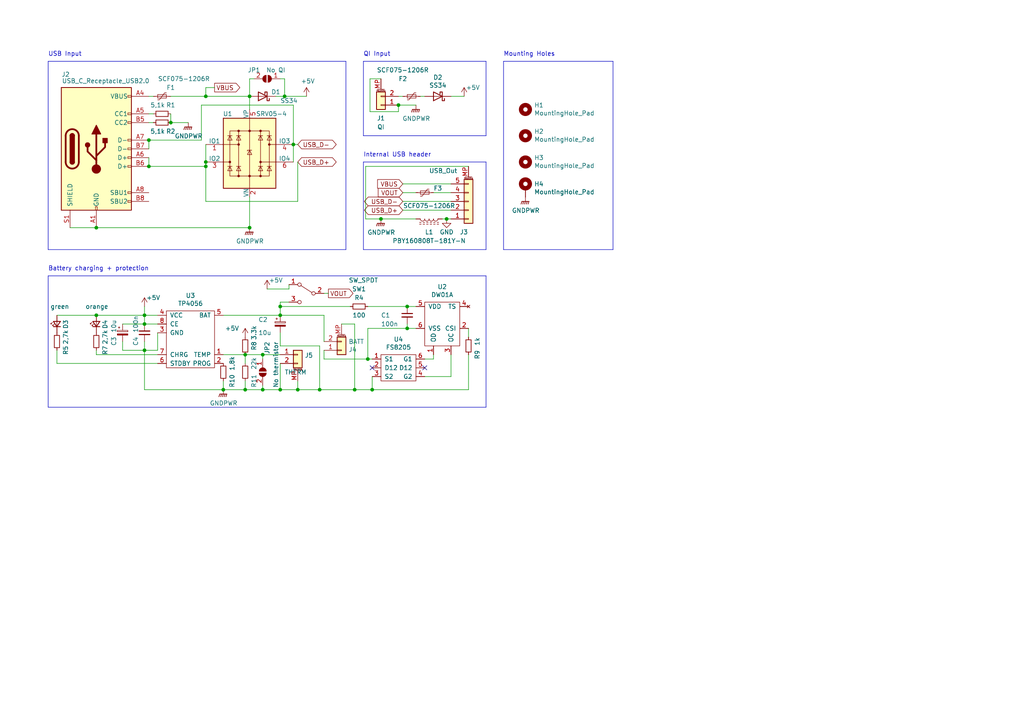
<source format=kicad_sch>
(kicad_sch (version 20211123) (generator eeschema)
  (paper "A4")
  (lib_symbols
    (symbol "Connector:USB_C_Receptacle_USB2.0" (pin_names (offset 1.016))
      (property "Reference" "J" (at -10.16 19.05 0))
      (property "Value" "USB_C_Receptacle_USB2.0" (at 19.05 19.05 0))
      (symbol "USB_C_Receptacle_USB2.0_0_0"
        (rectangle (start -0.254 -17.78) (end 0.254 -16.764))
        (rectangle (start 10.16 -14.986) (end 9.144 -15.494))
        (rectangle (start 10.16 -12.446) (end 9.144 -12.954))
        (rectangle (start 10.16 -4.826) (end 9.144 -5.334))
        (rectangle (start 10.16 -2.286) (end 9.144 -2.794))
        (rectangle (start 10.16 0.254) (end 9.144 -0.254))
        (rectangle (start 10.16 2.794) (end 9.144 2.286))
        (rectangle (start 10.16 7.874) (end 9.144 7.366))
        (rectangle (start 10.16 10.414) (end 9.144 9.906))
        (rectangle (start 10.16 15.494) (end 9.144 14.986))
      )
      (symbol "USB_C_Receptacle_USB2.0_0_1"
        (rectangle (start -10.16 17.78) (end 10.16 -17.78) (stroke (width 0.254)) (fill (type background)))
        (arc (start -8.89 -3.81) (mid -6.985 -5.715) (end -5.08 -3.81) (stroke (width 0.508)))
        (arc (start -7.62 -3.81) (mid -6.985 -4.445) (end -6.35 -3.81) (stroke (width 0.254)))
        (arc (start -7.62 -3.81) (mid -6.985 -4.445) (end -6.35 -3.81) (stroke (width 0.254)) (fill (type outline)))
        (rectangle (start -7.62 -3.81) (end -6.35 3.81) (stroke (width 0.254)) (fill (type outline)))
        (arc (start -6.35 3.81) (mid -6.985 4.445) (end -7.62 3.81) (stroke (width 0.254)))
        (arc (start -6.35 3.81) (mid -6.985 4.445) (end -7.62 3.81) (stroke (width 0.254)) (fill (type outline)))
        (arc (start -5.08 3.81) (mid -6.985 5.715) (end -8.89 3.81) (stroke (width 0.508)))
        (circle (center -2.54 1.143) (radius 0.635) (stroke (width 0.254)) (fill (type outline)))
        (circle (center 0 -5.842) (radius 1.27) (fill (type outline)))
        (polyline (pts (xy -8.89 -3.81) (xy -8.89 3.81)) (stroke (width 0.508)))
        (polyline (pts (xy -5.08 3.81) (xy -5.08 -3.81)) (stroke (width 0.508)))
        (polyline (pts (xy 0 -5.842) (xy 0 4.318)) (stroke (width 0.508)))
        (polyline (pts (xy 0 -3.302) (xy -2.54 -0.762) (xy -2.54 0.508)) (stroke (width 0.508)))
        (polyline (pts (xy 0 -2.032) (xy 2.54 0.508) (xy 2.54 1.778)) (stroke (width 0.508)))
        (polyline (pts (xy -1.27 4.318) (xy 0 6.858) (xy 1.27 4.318) (xy -1.27 4.318)) (stroke (width 0.254)) (fill (type outline)))
        (rectangle (start 1.905 1.778) (end 3.175 3.048) (stroke (width 0.254)) (fill (type outline)))
      )
      (symbol "USB_C_Receptacle_USB2.0_1_1"
        (pin passive line (at 0 -22.86 90) (length 5.08) (name "GND") (number "A1"))
        (pin passive line (at 0 -22.86 90) (length 5.08) hide (name "GND") (number "A12"))
        (pin passive line (at 15.24 15.24 180) (length 5.08) (name "VBUS") (number "A4"))
        (pin bidirectional line (at 15.24 10.16 180) (length 5.08) (name "CC1") (number "A5"))
        (pin bidirectional line (at 15.24 -2.54 180) (length 5.08) (name "D+") (number "A6"))
        (pin bidirectional line (at 15.24 2.54 180) (length 5.08) (name "D-") (number "A7"))
        (pin bidirectional line (at 15.24 -12.7 180) (length 5.08) (name "SBU1") (number "A8"))
        (pin passive line (at 15.24 15.24 180) (length 5.08) hide (name "VBUS") (number "A9"))
        (pin passive line (at 0 -22.86 90) (length 5.08) hide (name "GND") (number "B1"))
        (pin passive line (at 0 -22.86 90) (length 5.08) hide (name "GND") (number "B12"))
        (pin passive line (at 15.24 15.24 180) (length 5.08) hide (name "VBUS") (number "B4"))
        (pin bidirectional line (at 15.24 7.62 180) (length 5.08) (name "CC2") (number "B5"))
        (pin bidirectional line (at 15.24 -5.08 180) (length 5.08) (name "D+") (number "B6"))
        (pin bidirectional line (at 15.24 0 180) (length 5.08) (name "D-") (number "B7"))
        (pin bidirectional line (at 15.24 -15.24 180) (length 5.08) (name "SBU2") (number "B8"))
        (pin passive line (at 15.24 15.24 180) (length 5.08) hide (name "VBUS") (number "B9"))
        (pin passive line (at -7.62 -22.86 90) (length 5.08) (name "SHIELD") (number "S1"))
      )
    )
    (symbol "Connector_Generic_MountingPin:Conn_01x02_MountingPin" (pin_names (offset 1.016) hide)
      (property "Reference" "J" (at 0 2.54 0))
      (property "Value" "Conn_01x02_MountingPin" (at 1.27 -5.08 0))
      (symbol "Conn_01x02_MountingPin_1_1"
        (rectangle (start -1.27 -2.413) (end 0 -2.667) (stroke (width 0.1524)))
        (rectangle (start -1.27 0.127) (end 0 -0.127) (stroke (width 0.1524)))
        (rectangle (start -1.27 1.27) (end 1.27 -3.81) (stroke (width 0.254)) (fill (type background)))
        (polyline (pts (xy -1.016 -4.572) (xy 1.016 -4.572)) (stroke (width 0.1524)))
        (text "Mounting" (at 0 -4.191 0) (effects (font (size 0.381 0.381))))
        (pin passive line (at -5.08 0 0) (length 3.81) (name "Pin_1") (number "1"))
        (pin passive line (at -5.08 -2.54 0) (length 3.81) (name "Pin_2") (number "2"))
        (pin passive line (at 0 -7.62 90) (length 3.048) (name "MountPin") (number "MP"))
      )
    )
    (symbol "Connector_Generic_MountingPin:Conn_01x05_MountingPin" (pin_names (offset 1.016) hide)
      (property "Reference" "J" (at 0 7.62 0))
      (property "Value" "Conn_01x05_MountingPin" (at 1.27 -7.62 0))
      (symbol "Conn_01x05_MountingPin_1_1"
        (rectangle (start -1.27 -4.953) (end 0 -5.207) (stroke (width 0.1524)))
        (rectangle (start -1.27 -2.413) (end 0 -2.667) (stroke (width 0.1524)))
        (rectangle (start -1.27 0.127) (end 0 -0.127) (stroke (width 0.1524)))
        (rectangle (start -1.27 2.667) (end 0 2.413) (stroke (width 0.1524)))
        (rectangle (start -1.27 5.207) (end 0 4.953) (stroke (width 0.1524)))
        (rectangle (start -1.27 6.35) (end 1.27 -6.35) (stroke (width 0.254)) (fill (type background)))
        (polyline (pts (xy -1.016 -7.112) (xy 1.016 -7.112)) (stroke (width 0.1524)))
        (text "Mounting" (at 0 -6.731 0) (effects (font (size 0.381 0.381))))
        (pin passive line (at -5.08 5.08 0) (length 3.81) (name "Pin_1") (number "1"))
        (pin passive line (at -5.08 2.54 0) (length 3.81) (name "Pin_2") (number "2"))
        (pin passive line (at -5.08 0 0) (length 3.81) (name "Pin_3") (number "3"))
        (pin passive line (at -5.08 -2.54 0) (length 3.81) (name "Pin_4") (number "4"))
        (pin passive line (at -5.08 -5.08 0) (length 3.81) (name "Pin_5") (number "5"))
        (pin passive line (at 0 -10.16 90) (length 3.048) (name "MountPin") (number "MP"))
      )
    )
    (symbol "Device:C_Small" (pin_numbers hide) (pin_names (offset 0.254) hide)
      (property "Reference" "C" (at 0.254 1.778 0))
      (property "Value" "C_Small" (at 0.254 -2.032 0))
      (symbol "C_Small_0_1"
        (polyline (pts (xy -1.524 -0.508) (xy 1.524 -0.508)) (stroke (width 0.3302)))
        (polyline (pts (xy -1.524 0.508) (xy 1.524 0.508)) (stroke (width 0.3048)))
      )
      (symbol "C_Small_1_1"
        (pin passive line (at 0 2.54 270) (length 2.032) (name "~") (number "1"))
        (pin passive line (at 0 -2.54 90) (length 2.032) (name "~") (number "2"))
      )
    )
    (symbol "Device:D_Schottky" (pin_numbers hide) (pin_names (offset 1.016) hide)
      (property "Reference" "D" (at 0 2.54 0))
      (property "Value" "D_Schottky" (at 0 -2.54 0))
      (symbol "D_Schottky_0_1"
        (polyline (pts (xy 1.27 0) (xy -1.27 0)))
        (polyline (pts (xy 1.27 1.27) (xy 1.27 -1.27) (xy -1.27 0) (xy 1.27 1.27)) (stroke (width 0.254)))
        (polyline (pts (xy -1.905 0.635) (xy -1.905 1.27) (xy -1.27 1.27) (xy -1.27 -1.27) (xy -0.635 -1.27) (xy -0.635 -0.635)) (stroke (width 0.254)))
      )
      (symbol "D_Schottky_1_1"
        (pin passive line (at -3.81 0 0) (length 2.54) (name "K") (number "1"))
        (pin passive line (at 3.81 0 180) (length 2.54) (name "A") (number "2"))
      )
    )
    (symbol "Device:LED_Small" (pin_numbers hide) (pin_names (offset 0.254) hide)
      (property "Reference" "D" (at -1.27 3.175 0))
      (property "Value" "LED_Small" (at -4.445 -2.54 0))
      (symbol "LED_Small_0_1"
        (polyline (pts (xy -0.762 -1.016) (xy -0.762 1.016)) (stroke (width 0.254)))
        (polyline (pts (xy 1.016 0) (xy -0.762 0)))
        (polyline (pts (xy 0.762 -1.016) (xy -0.762 0) (xy 0.762 1.016) (xy 0.762 -1.016)) (stroke (width 0.254)))
        (polyline (pts (xy 0 0.762) (xy -0.508 1.27) (xy -0.254 1.27) (xy -0.508 1.27) (xy -0.508 1.016)))
        (polyline (pts (xy 0.508 1.27) (xy 0 1.778) (xy 0.254 1.778) (xy 0 1.778) (xy 0 1.524)))
      )
      (symbol "LED_Small_1_1"
        (pin passive line (at -2.54 0 0) (length 1.778) (name "K") (number "1"))
        (pin passive line (at 2.54 0 180) (length 1.778) (name "A") (number "2"))
      )
    )
    (symbol "Device:Polyfuse_Small" (pin_numbers hide) (pin_names (offset 0))
      (property "Reference" "F" (at -1.905 0 90))
      (property "Value" "Polyfuse_Small" (at 1.905 0 90))
      (symbol "Polyfuse_Small_0_1"
        (rectangle (start -0.508 1.27) (end 0.508 -1.27))
        (polyline (pts (xy 0 2.54) (xy 0 -2.54)))
        (polyline (pts (xy -1.016 1.27) (xy -1.016 0.762) (xy 1.016 -0.762) (xy 1.016 -1.27)))
      )
      (symbol "Polyfuse_Small_1_1"
        (pin passive line (at 0 2.54 270) (length 0.635) (name "~") (number "1"))
        (pin passive line (at 0 -2.54 90) (length 0.635) (name "~") (number "2"))
      )
    )
    (symbol "Device:R_Small" (pin_numbers hide) (pin_names (offset 0.254) hide)
      (property "Reference" "R" (at 0.762 0.508 0))
      (property "Value" "R_Small" (at 0.762 -1.016 0))
      (symbol "R_Small_0_1"
        (rectangle (start -0.762 1.778) (end 0.762 -1.778) (stroke (width 0.2032)))
      )
      (symbol "R_Small_1_1"
        (pin passive line (at 0 2.54 270) (length 0.762) (name "~") (number "1"))
        (pin passive line (at 0 -2.54 90) (length 0.762) (name "~") (number "2"))
      )
    )
    (symbol "Jumper:SolderJumper_2_Open" (pin_names (offset 0) hide)
      (property "Reference" "JP" (at 0 2.032 0))
      (property "Value" "SolderJumper_2_Open" (at 0 -2.54 0))
      (symbol "SolderJumper_2_Open_0_1"
        (arc (start -0.254 1.016) (mid -1.27 0) (end -0.254 -1.016))
        (arc (start -0.254 1.016) (mid -1.27 0) (end -0.254 -1.016) (fill (type outline)))
        (polyline (pts (xy -0.254 1.016) (xy -0.254 -1.016)))
        (polyline (pts (xy 0.254 1.016) (xy 0.254 -1.016)))
        (arc (start 0.254 -1.016) (mid 1.27 0) (end 0.254 1.016))
        (arc (start 0.254 -1.016) (mid 1.27 0) (end 0.254 1.016) (fill (type outline)))
      )
      (symbol "SolderJumper_2_Open_1_1"
        (pin passive line (at -3.81 0 0) (length 2.54) (name "A") (number "1"))
        (pin passive line (at 3.81 0 180) (length 2.54) (name "B") (number "2"))
      )
    )
    (symbol "Mechanical:MountingHole" (pin_names (offset 1.016))
      (property "Reference" "H" (at 0 5.08 0))
      (property "Value" "MountingHole" (at 0 3.175 0))
      (symbol "MountingHole_0_1"
        (circle (center 0 0) (radius 1.27) (stroke (width 1.27)))
      )
    )
    (symbol "Mechanical:MountingHole_Pad" (pin_numbers hide) (pin_names (offset 1.016) hide)
      (property "Reference" "H" (at 0 6.35 0))
      (property "Value" "MountingHole_Pad" (at 0 4.445 0))
      (symbol "MountingHole_Pad_0_1"
        (circle (center 0 1.27) (radius 1.27) (stroke (width 1.27)))
      )
      (symbol "MountingHole_Pad_1_1"
        (pin input line (at 0 -2.54 90) (length 2.54) (name "1") (number "1"))
      )
    )
    (symbol "Power_Protection:SRV05-4" (pin_names (offset 0))
      (property "Reference" "U" (at -5.08 11.43 0))
      (property "Value" "SRV05-4" (at 2.54 11.43 0))
      (symbol "SRV05-4_0_0"
        (rectangle (start -5.715 6.477) (end 5.715 -6.604))
        (polyline (pts (xy -3.175 -6.604) (xy -3.175 6.477)))
        (polyline (pts (xy 3.175 6.477) (xy 3.175 -6.604)))
      )
      (symbol "SRV05-4_0_1"
        (rectangle (start -7.62 10.16) (end 7.62 -10.16) (stroke (width 0.254)) (fill (type background)))
        (circle (center -5.715 -2.54) (radius 0.2794) (fill (type outline)))
        (circle (center -3.175 -6.604) (radius 0.2794) (fill (type outline)))
        (circle (center -3.175 2.54) (radius 0.2794) (fill (type outline)))
        (circle (center -3.175 6.477) (radius 0.2794) (fill (type outline)))
        (circle (center 0 -6.604) (radius 0.2794) (fill (type outline)))
        (polyline (pts (xy -7.747 2.54) (xy -3.175 2.54)))
        (polyline (pts (xy -7.62 -2.54) (xy -5.715 -2.54)))
        (polyline (pts (xy -5.08 -3.81) (xy -6.35 -3.81)))
        (polyline (pts (xy -5.08 5.08) (xy -6.35 5.08)))
        (polyline (pts (xy -2.54 -3.81) (xy -3.81 -3.81)))
        (polyline (pts (xy -2.54 5.08) (xy -3.81 5.08)))
        (polyline (pts (xy 0 10.16) (xy 0 -10.16)))
        (polyline (pts (xy 3.81 -3.81) (xy 2.54 -3.81)))
        (polyline (pts (xy 3.81 5.08) (xy 2.54 5.08)))
        (polyline (pts (xy 6.35 -3.81) (xy 5.08 -3.81)))
        (polyline (pts (xy 6.35 5.08) (xy 5.08 5.08)))
        (polyline (pts (xy 7.62 -2.54) (xy 3.175 -2.54)))
        (polyline (pts (xy 7.62 2.54) (xy 5.715 2.54)))
        (polyline (pts (xy 0.635 0.889) (xy -0.635 0.889) (xy -0.635 0.635)))
        (polyline (pts (xy -5.08 -5.08) (xy -6.35 -5.08) (xy -5.715 -3.81) (xy -5.08 -5.08)))
        (polyline (pts (xy -5.08 3.81) (xy -6.35 3.81) (xy -5.715 5.08) (xy -5.08 3.81)))
        (polyline (pts (xy -2.54 -5.08) (xy -3.81 -5.08) (xy -3.175 -3.81) (xy -2.54 -5.08)))
        (polyline (pts (xy -2.54 3.81) (xy -3.81 3.81) (xy -3.175 5.08) (xy -2.54 3.81)))
        (polyline (pts (xy 0.635 -0.381) (xy -0.635 -0.381) (xy 0 0.889) (xy 0.635 -0.381)))
        (polyline (pts (xy 3.81 -5.08) (xy 2.54 -5.08) (xy 3.175 -3.81) (xy 3.81 -5.08)))
        (polyline (pts (xy 3.81 3.81) (xy 2.54 3.81) (xy 3.175 5.08) (xy 3.81 3.81)))
        (polyline (pts (xy 6.35 -5.08) (xy 5.08 -5.08) (xy 5.715 -3.81) (xy 6.35 -5.08)))
        (polyline (pts (xy 6.35 3.81) (xy 5.08 3.81) (xy 5.715 5.08) (xy 6.35 3.81)))
        (circle (center 0 6.477) (radius 0.2794) (fill (type outline)))
        (circle (center 3.175 -6.604) (radius 0.2794) (fill (type outline)))
        (circle (center 3.175 -2.54) (radius 0.2794) (fill (type outline)))
        (circle (center 3.175 6.477) (radius 0.2794) (fill (type outline)))
        (circle (center 5.715 2.54) (radius 0.2794) (fill (type outline)))
      )
      (symbol "SRV05-4_1_1"
        (pin passive line (at -12.7 2.54 0) (length 5.08) (name "IO1") (number "1"))
        (pin passive line (at 0 -12.7 90) (length 2.54) (name "VN") (number "2"))
        (pin passive line (at -12.7 -2.54 0) (length 5.08) (name "IO2") (number "3"))
        (pin passive line (at 12.7 2.54 180) (length 5.08) (name "IO3") (number "4"))
        (pin passive line (at 0 12.7 270) (length 2.54) (name "VP") (number "5"))
        (pin passive line (at 12.7 -2.54 180) (length 5.08) (name "IO4") (number "6"))
      )
    )
    (symbol "Switch:SW_SPDT" (pin_names (offset 0) hide)
      (property "Reference" "SW" (at 0 4.318 0))
      (property "Value" "SW_SPDT" (at 0 -5.08 0))
      (symbol "SW_SPDT_0_0"
        (circle (center -2.032 0) (radius 0.508))
        (circle (center 2.032 -2.54) (radius 0.508))
      )
      (symbol "SW_SPDT_0_1"
        (polyline (pts (xy -1.524 0.254) (xy 1.651 2.286)))
        (circle (center 2.032 2.54) (radius 0.508))
      )
      (symbol "SW_SPDT_1_1"
        (pin passive line (at 5.08 2.54 180) (length 2.54) (name "A") (number "1"))
        (pin passive line (at -5.08 0 0) (length 2.54) (name "B") (number "2"))
        (pin passive line (at 5.08 -2.54 180) (length 2.54) (name "C") (number "3"))
      )
    )
    (symbol "power:+5V" (power) (pin_names (offset 0))
      (property "Value" "+5V" (at 0 3.556 0))
      (symbol "+5V_0_1"
        (polyline (pts (xy -0.762 1.27) (xy 0 2.54)))
        (polyline (pts (xy 0 0) (xy 0 2.54)))
        (polyline (pts (xy 0 2.54) (xy 0.762 1.27)))
      )
      (symbol "+5V_1_1"
        (pin power_in line (at 0 0 90) (length 0) hide (name "+5V") (number "1"))
      )
    )
    (symbol "power:GND" (power) (pin_names (offset 0))
      (property "Value" "GND" (at 0 -3.81 0))
      (symbol "GND_0_1"
        (polyline (pts (xy 0 0) (xy 0 -1.27) (xy 1.27 -1.27) (xy 0 -2.54) (xy -1.27 -1.27) (xy 0 -1.27)))
      )
      (symbol "GND_1_1"
        (pin power_in line (at 0 0 270) (length 0) hide (name "GND") (number "1"))
      )
    )
    (symbol "power:GNDPWR" (power) (pin_names (offset 0))
      (property "Value" "GNDPWR" (at 0 -3.302 0))
      (symbol "GNDPWR_0_1"
        (polyline (pts (xy 0 -1.27) (xy 0 0)))
        (polyline (pts (xy -1.016 -1.27) (xy -1.27 -2.032) (xy -1.27 -2.032)) (stroke (width 0.2032)))
        (polyline (pts (xy -0.508 -1.27) (xy -0.762 -2.032) (xy -0.762 -2.032)) (stroke (width 0.2032)))
        (polyline (pts (xy 0 -1.27) (xy -0.254 -2.032) (xy -0.254 -2.032)) (stroke (width 0.2032)))
        (polyline (pts (xy 0.508 -1.27) (xy 0.254 -2.032) (xy 0.254 -2.032)) (stroke (width 0.2032)))
        (polyline (pts (xy 1.016 -1.27) (xy -1.016 -1.27) (xy -1.016 -1.27)) (stroke (width 0.2032)))
        (polyline (pts (xy 1.016 -1.27) (xy 0.762 -2.032) (xy 0.762 -2.032) (xy 0.762 -2.032)) (stroke (width 0.2032)))
      )
      (symbol "GNDPWR_1_1"
        (pin power_in line (at 0 0 270) (length 0) hide (name "GNDPWR") (number "1"))
      )
    )
    (symbol "unified-usb-pcb_batt-rescue:CP_Small-Device" (pin_numbers hide) (pin_names (offset 0.254) hide)
      (property "Reference" "C" (at 0.254 1.778 0))
      (property "Value" "CP_Small-Device" (at 0.254 -2.032 0))
      (symbol "CP_Small-Device_0_1"
        (rectangle (start -1.524 -0.3048) (end 1.524 -0.6858) (fill (type outline)))
        (rectangle (start -1.524 0.6858) (end 1.524 0.3048))
        (polyline (pts (xy -1.27 1.524) (xy -0.762 1.524)))
        (polyline (pts (xy -1.016 1.27) (xy -1.016 1.778)))
      )
      (symbol "CP_Small-Device_1_1"
        (pin passive line (at 0 2.54 270) (length 1.8542) (name "~") (number "1"))
        (pin passive line (at 0 -2.54 90) (length 1.8542) (name "~") (number "2"))
      )
    )
    (symbol "unified-usb-pcb_batt-rescue:DW01A-kicad-keyboard-parts" (pin_names (offset 1.016))
      (property "Reference" "U" (at -5.08 7.62 0))
      (property "Value" "DW01A-kicad-keyboard-parts" (at 2.54 7.62 0))
      (property "LCSC" "C61503" (at 0 0 0))
      (symbol "DW01A-kicad-keyboard-parts_0_1"
        (rectangle (start -5.08 6.35) (end 5.08 -6.35))
      )
      (symbol "DW01A-kicad-keyboard-parts_1_1"
        (pin output line (at -2.54 -8.89 90) (length 2.54) (name "OD") (number "1"))
        (pin input line (at 7.62 -1.27 180) (length 2.54) (name "CSI") (number "2"))
        (pin output line (at 2.54 -8.89 90) (length 2.54) (name "OC") (number "3"))
        (pin no_connect line (at 7.62 5.08 180) (length 2.54) (name "TS") (number "4"))
        (pin power_in line (at -7.62 5.08 0) (length 2.54) (name "VDD") (number "5"))
        (pin power_in line (at -7.62 -1.27 0) (length 2.54) (name "VSS") (number "6"))
      )
    )
    (symbol "unified-usb-pcb_batt-rescue:FS8205-kicad-keyboard-parts" (pin_names (offset 1.016))
      (property "Reference" "U" (at -3.81 5.08 0))
      (property "Value" "FS8205-kicad-keyboard-parts" (at -1.27 -5.08 0))
      (property "LCSC" "C32254" (at 0 0 0))
      (symbol "FS8205-kicad-keyboard-parts_0_1"
        (rectangle (start -5.08 3.81) (end 5.08 -3.81))
      )
      (symbol "FS8205-kicad-keyboard-parts_1_1"
        (pin power_in line (at -7.62 2.54 0) (length 2.54) (name "S1") (number "1"))
        (pin power_in line (at -7.62 0 0) (length 2.54) (name "D12") (number "2"))
        (pin power_in line (at -7.62 -2.54 0) (length 2.54) (name "S2") (number "3"))
        (pin input line (at 7.62 -2.54 180) (length 2.54) (name "G2") (number "4"))
        (pin power_in line (at 7.62 0 180) (length 2.54) (name "D12") (number "5"))
        (pin input line (at 7.62 2.54 180) (length 2.54) (name "G1") (number "6"))
      )
    )
    (symbol "unified-usb-pcb_batt-rescue:L_Core_Ferrite-Device" (pin_numbers hide) (pin_names (offset 1.016) hide)
      (property "Reference" "L" (at -1.27 0 90))
      (property "Value" "L_Core_Ferrite-Device" (at 2.794 0 90))
      (symbol "L_Core_Ferrite-Device_0_1"
        (arc (start 0 -2.54) (mid 0.635 -1.905) (end 0 -1.27))
        (arc (start 0 -1.27) (mid 0.635 -0.635) (end 0 0))
        (polyline (pts (xy 1.016 -2.794) (xy 1.016 -2.286)))
        (polyline (pts (xy 1.016 -1.778) (xy 1.016 -1.27)))
        (polyline (pts (xy 1.016 -0.762) (xy 1.016 -0.254)))
        (polyline (pts (xy 1.016 0.254) (xy 1.016 0.762)))
        (polyline (pts (xy 1.016 1.27) (xy 1.016 1.778)))
        (polyline (pts (xy 1.016 2.286) (xy 1.016 2.794)))
        (polyline (pts (xy 1.524 -2.286) (xy 1.524 -2.794)))
        (polyline (pts (xy 1.524 -1.27) (xy 1.524 -1.778)))
        (polyline (pts (xy 1.524 -0.254) (xy 1.524 -0.762)))
        (polyline (pts (xy 1.524 0.762) (xy 1.524 0.254)))
        (polyline (pts (xy 1.524 1.778) (xy 1.524 1.27)))
        (polyline (pts (xy 1.524 2.794) (xy 1.524 2.286)))
        (arc (start 0 0) (mid 0.635 0.635) (end 0 1.27))
        (arc (start 0 1.27) (mid 0.635 1.905) (end 0 2.54))
      )
      (symbol "L_Core_Ferrite-Device_1_1"
        (pin passive line (at 0 3.81 270) (length 1.27) (name "1") (number "1"))
        (pin passive line (at 0 -3.81 90) (length 1.27) (name "2") (number "2"))
      )
    )
    (symbol "unified-usb-pcb_batt-rescue:TP4056-kicad-keyboard-parts" (pin_names (offset 1.016))
      (property "Reference" "U" (at -6.35 8.89 0))
      (property "Value" "TP4056-kicad-keyboard-parts" (at 2.54 -10.16 0))
      (property "LCSC" "C16581" (at 0 0 0))
      (symbol "TP4056-kicad-keyboard-parts_0_1"
        (rectangle (start -7.62 7.62) (end 6.35 -8.89))
      )
      (symbol "TP4056-kicad-keyboard-parts_1_1"
        (pin input line (at 8.89 -5.08 180) (length 2.54) (name "TEMP") (number "1"))
        (pin input line (at 8.89 -7.62 180) (length 2.54) (name "PROG") (number "2"))
        (pin power_in line (at -10.16 1.27 0) (length 2.54) (name "GND") (number "3"))
        (pin power_in line (at -10.16 6.35 0) (length 2.54) (name "VCC") (number "4"))
        (pin power_out line (at 8.89 6.35 180) (length 2.54) (name "BAT") (number "5"))
        (pin output line (at -10.16 -7.62 0) (length 2.54) (name "STDBY") (number "6"))
        (pin output line (at -10.16 -5.08 0) (length 2.54) (name "CHRG") (number "7"))
        (pin input line (at -10.16 3.81 0) (length 2.54) (name "CE") (number "8"))
      )
    )
  )
  (junction (at 129.54 63.5))
  (junction (at 110.49 63.5))
  (junction (at 76.2 102.87))
  (junction (at 82.55 27.94))
  (junction (at 27.94 66.04))
  (junction (at 27.94 91.44))
  (junction (at 64.77 113.03))
  (junction (at 118.11 95.25))
  (junction (at 106.68 104.14))
  (junction (at 41.91 101.6))
  (junction (at 43.18 40.64))
  (junction (at 71.12 102.87))
  (junction (at 59.69 48.26))
  (junction (at 49.53 35.56))
  (junction (at 72.39 66.04))
  (junction (at 59.69 46.99))
  (junction (at 81.28 113.03))
  (junction (at 76.2 113.03))
  (junction (at 85.09 41.91))
  (junction (at 41.91 91.44))
  (junction (at 59.69 27.94))
  (junction (at 102.87 113.03))
  (junction (at 92.71 113.03))
  (junction (at 72.39 27.94))
  (junction (at 41.91 93.98))
  (junction (at 81.28 91.44))
  (junction (at 71.12 113.03))
  (junction (at 107.95 113.03))
  (junction (at 118.11 88.9))
  (junction (at 43.18 48.26))
  (junction (at 86.36 113.03))
  (junction (at 115.57 30.48))
  (junction (at 81.28 88.9))
  (no_connect (at 123.19 106.68))
  (no_connect (at 107.95 106.68))
  (wire (pts (xy 86.36 58.42) (xy 86.36 46.99)))
  (wire (pts (xy 76.2 102.87) (xy 81.28 102.87)))
  (polyline (pts (xy 13.97 118.11) (xy 140.97 118.11)) (stroke (width 0) (type solid)))
  (wire (pts (xy 76.2 104.14) (xy 76.2 102.87)))
  (wire (pts (xy 86.36 110.49) (xy 86.36 113.03)))
  (polyline (pts (xy 13.97 17.78) (xy 13.97 72.39)) (stroke (width 0) (type solid)))
  (polyline (pts (xy 140.97 72.39) (xy 140.97 46.99)) (stroke (width 0) (type solid)))
  (wire (pts (xy 116.84 55.88) (xy 120.65 55.88)))
  (wire (pts (xy 115.57 30.48) (xy 120.65 30.48)))
  (polyline (pts (xy 100.33 17.78) (xy 13.97 17.78)) (stroke (width 0) (type solid)))
  (wire (pts (xy 49.53 33.02) (xy 49.53 35.56)))
  (wire (pts (xy 130.81 63.5) (xy 129.54 63.5)))
  (wire (pts (xy 102.87 93.98) (xy 102.87 113.03)))
  (wire (pts (xy 64.77 102.87) (xy 71.12 102.87)))
  (wire (pts (xy 85.09 41.91) (xy 85.09 46.99)))
  (polyline (pts (xy 177.8 17.78) (xy 146.05 17.78)) (stroke (width 0) (type solid)))
  (wire (pts (xy 82.55 22.86) (xy 82.55 27.94)))
  (wire (pts (xy 85.09 41.91) (xy 85.09 30.48)))
  (wire (pts (xy 92.71 113.03) (xy 102.87 113.03)))
  (wire (pts (xy 85.09 30.48) (xy 58.42 30.48)))
  (wire (pts (xy 20.32 66.04) (xy 27.94 66.04)))
  (wire (pts (xy 41.91 91.44) (xy 45.72 91.44)))
  (wire (pts (xy 58.42 40.64) (xy 43.18 40.64)))
  (wire (pts (xy 27.94 91.44) (xy 41.91 91.44)))
  (wire (pts (xy 106.045 63.5) (xy 110.49 63.5)))
  (wire (pts (xy 27.94 101.6) (xy 27.94 102.87)))
  (wire (pts (xy 93.98 104.14) (xy 106.68 104.14)))
  (wire (pts (xy 16.51 91.44) (xy 27.94 91.44)))
  (wire (pts (xy 62.23 25.4) (xy 59.69 25.4)))
  (wire (pts (xy 35.56 99.06) (xy 35.56 101.6)))
  (wire (pts (xy 72.39 22.86) (xy 72.39 27.94)))
  (wire (pts (xy 130.81 27.94) (xy 134.62 27.94)))
  (wire (pts (xy 116.84 60.96) (xy 130.81 60.96)))
  (wire (pts (xy 116.84 53.34) (xy 130.81 53.34)))
  (wire (pts (xy 71.12 113.03) (xy 76.2 113.03)))
  (wire (pts (xy 59.69 41.91) (xy 59.69 46.99)))
  (wire (pts (xy 129.54 63.5) (xy 128.27 63.5)))
  (wire (pts (xy 118.11 95.25) (xy 120.65 95.25)))
  (wire (pts (xy 118.11 95.25) (xy 106.68 95.25)))
  (polyline (pts (xy 146.05 72.39) (xy 177.8 72.39)) (stroke (width 0) (type solid)))
  (wire (pts (xy 81.28 105.41) (xy 81.28 113.03)))
  (wire (pts (xy 41.91 101.6) (xy 41.91 113.03)))
  (polyline (pts (xy 100.33 72.39) (xy 100.33 17.78)) (stroke (width 0) (type solid)))
  (wire (pts (xy 81.28 88.9) (xy 101.6 88.9)))
  (wire (pts (xy 81.28 113.03) (xy 86.36 113.03)))
  (wire (pts (xy 93.98 101.6) (xy 93.98 104.14)))
  (wire (pts (xy 16.51 105.41) (xy 45.72 105.41)))
  (wire (pts (xy 76.2 111.76) (xy 76.2 113.03)))
  (wire (pts (xy 135.89 95.25) (xy 135.89 97.79)))
  (wire (pts (xy 135.89 102.87) (xy 135.89 113.03)))
  (wire (pts (xy 92.71 100.33) (xy 92.71 113.03)))
  (wire (pts (xy 81.28 91.44) (xy 93.98 91.44)))
  (wire (pts (xy 115.57 32.385) (xy 115.57 30.48)))
  (polyline (pts (xy 105.41 39.37) (xy 105.41 17.78)) (stroke (width 0) (type solid)))
  (wire (pts (xy 135.89 113.03) (xy 107.95 113.03)))
  (wire (pts (xy 81.28 100.33) (xy 81.28 96.52)))
  (wire (pts (xy 130.81 102.87) (xy 130.81 109.22)))
  (wire (pts (xy 107.95 104.14) (xy 106.68 104.14)))
  (wire (pts (xy 71.12 102.87) (xy 76.2 102.87)))
  (polyline (pts (xy 13.97 72.39) (xy 100.33 72.39)) (stroke (width 0) (type solid)))
  (wire (pts (xy 102.87 113.03) (xy 107.95 113.03)))
  (wire (pts (xy 82.55 27.94) (xy 88.9 27.94)))
  (wire (pts (xy 118.11 93.98) (xy 118.11 95.25)))
  (wire (pts (xy 86.36 41.91) (xy 85.09 41.91)))
  (wire (pts (xy 125.73 55.88) (xy 130.81 55.88)))
  (wire (pts (xy 58.42 30.48) (xy 58.42 40.64)))
  (wire (pts (xy 59.69 25.4) (xy 59.69 27.94)))
  (wire (pts (xy 93.98 85.09) (xy 95.25 85.09)))
  (wire (pts (xy 135.89 48.26) (xy 106.045 48.26)))
  (wire (pts (xy 99.06 93.98) (xy 102.87 93.98)))
  (wire (pts (xy 49.53 27.94) (xy 59.69 27.94)))
  (wire (pts (xy 59.69 48.26) (xy 59.69 46.99)))
  (wire (pts (xy 43.18 48.26) (xy 59.69 48.26)))
  (wire (pts (xy 41.91 91.44) (xy 41.91 88.9)))
  (wire (pts (xy 115.57 27.94) (xy 116.84 27.94)))
  (wire (pts (xy 16.51 101.6) (xy 16.51 105.41)))
  (wire (pts (xy 59.69 58.42) (xy 86.36 58.42)))
  (wire (pts (xy 81.28 91.44) (xy 64.77 91.44)))
  (wire (pts (xy 73.66 22.86) (xy 72.39 22.86)))
  (wire (pts (xy 43.18 48.26) (xy 43.18 45.72)))
  (wire (pts (xy 106.045 48.26) (xy 106.045 63.5)))
  (wire (pts (xy 41.91 113.03) (xy 64.77 113.03)))
  (polyline (pts (xy 13.97 80.01) (xy 13.97 118.11)) (stroke (width 0) (type solid)))
  (wire (pts (xy 41.91 93.98) (xy 41.91 91.44)))
  (wire (pts (xy 71.12 110.49) (xy 71.12 113.03)))
  (wire (pts (xy 81.28 100.33) (xy 92.71 100.33)))
  (wire (pts (xy 43.18 33.02) (xy 44.45 33.02)))
  (wire (pts (xy 71.12 105.41) (xy 71.12 102.87)))
  (wire (pts (xy 72.39 57.15) (xy 72.39 66.04)))
  (wire (pts (xy 43.18 27.94) (xy 44.45 27.94)))
  (wire (pts (xy 83.82 83.82) (xy 83.82 82.55)))
  (wire (pts (xy 107.315 22.86) (xy 107.315 32.385)))
  (wire (pts (xy 35.56 93.98) (xy 41.91 93.98)))
  (wire (pts (xy 77.47 83.82) (xy 83.82 83.82)))
  (wire (pts (xy 27.94 102.87) (xy 45.72 102.87)))
  (wire (pts (xy 59.69 27.94) (xy 72.39 27.94)))
  (wire (pts (xy 121.92 27.94) (xy 123.19 27.94)))
  (wire (pts (xy 43.18 35.56) (xy 44.45 35.56)))
  (polyline (pts (xy 140.97 118.11) (xy 140.97 80.01)) (stroke (width 0) (type solid)))
  (polyline (pts (xy 140.97 46.99) (xy 105.41 46.99)) (stroke (width 0) (type solid)))
  (wire (pts (xy 81.28 22.86) (xy 82.55 22.86)))
  (wire (pts (xy 41.91 93.98) (xy 45.72 93.98)))
  (wire (pts (xy 43.18 40.64) (xy 43.18 43.18)))
  (wire (pts (xy 125.73 102.87) (xy 125.73 104.14)))
  (wire (pts (xy 64.77 110.49) (xy 64.77 113.03)))
  (wire (pts (xy 107.95 109.22) (xy 107.95 113.03)))
  (wire (pts (xy 107.315 32.385) (xy 115.57 32.385)))
  (wire (pts (xy 83.82 87.63) (xy 81.28 87.63)))
  (wire (pts (xy 71.12 113.03) (xy 64.77 113.03)))
  (polyline (pts (xy 140.97 17.78) (xy 140.97 39.37)) (stroke (width 0) (type solid)))
  (wire (pts (xy 80.01 27.94) (xy 82.55 27.94)))
  (wire (pts (xy 106.68 88.9) (xy 118.11 88.9)))
  (polyline (pts (xy 105.41 17.78) (xy 140.97 17.78)) (stroke (width 0) (type solid)))
  (wire (pts (xy 86.36 113.03) (xy 92.71 113.03)))
  (wire (pts (xy 72.39 27.94) (xy 72.39 31.75)))
  (polyline (pts (xy 140.97 39.37) (xy 105.41 39.37)) (stroke (width 0) (type solid)))
  (wire (pts (xy 130.81 109.22) (xy 123.19 109.22)))
  (wire (pts (xy 110.49 22.86) (xy 107.315 22.86)))
  (wire (pts (xy 41.91 99.06) (xy 41.91 101.6)))
  (wire (pts (xy 120.65 63.5) (xy 110.49 63.5)))
  (wire (pts (xy 59.69 48.26) (xy 59.69 58.42)))
  (wire (pts (xy 125.73 104.14) (xy 123.19 104.14)))
  (wire (pts (xy 72.39 66.04) (xy 27.94 66.04)))
  (wire (pts (xy 106.68 95.25) (xy 106.68 104.14)))
  (wire (pts (xy 93.98 91.44) (xy 93.98 99.06)))
  (wire (pts (xy 81.28 87.63) (xy 81.28 88.9)))
  (wire (pts (xy 116.84 58.42) (xy 130.81 58.42)))
  (polyline (pts (xy 146.05 17.78) (xy 146.05 72.39)) (stroke (width 0) (type solid)))
  (polyline (pts (xy 105.41 72.39) (xy 140.97 72.39)) (stroke (width 0) (type solid)))
  (polyline (pts (xy 177.8 72.39) (xy 177.8 17.78)) (stroke (width 0) (type solid)))
  (polyline (pts (xy 105.41 46.99) (xy 105.41 72.39)) (stroke (width 0) (type solid)))
  (wire (pts (xy 49.53 35.56) (xy 54.61 35.56)))
  (wire (pts (xy 35.56 101.6) (xy 41.91 101.6)))
  (wire (pts (xy 45.72 96.52) (xy 45.72 101.6)))
  (wire (pts (xy 118.11 88.9) (xy 120.65 88.9)))
  (wire (pts (xy 45.72 101.6) (xy 41.91 101.6)))
  (wire (pts (xy 81.28 88.9) (xy 81.28 91.44)))
  (polyline (pts (xy 13.97 80.01) (xy 140.97 80.01)) (stroke (width 0) (type solid)))
  (wire (pts (xy 81.28 113.03) (xy 76.2 113.03)))
  (text "QI Input" (at 105.41 16.51 0) (effects (font (size 1.27 1.27)) (justify left bottom)))
  (text "Internal USB header" (at 105.41 45.72 0) (effects (font (size 1.27 1.27)) (justify left bottom)))
  (text "Mounting Holes" (at 146.05 16.51 0) (effects (font (size 1.27 1.27)) (justify left bottom)))
  (text "USB Input" (at 13.97 16.51 0) (effects (font (size 1.27 1.27)) (justify left bottom)))
  (text "Battery charging + protection" (at 13.97 78.74 0) (effects (font (size 1.27 1.27)) (justify left bottom)))
  (global_label "USB_D+" (shape bidirectional) (at 86.36 46.99 0) (property "Intersheet References" "${INTERSHEET_REFS}" (effects hide)))
  (global_label "USB_D+" (shape bidirectional) (at 116.84 60.96 180) (property "Intersheet References" "${INTERSHEET_REFS}" (effects hide)))
  (global_label "VBUS" (shape output) (at 62.23 25.4 0) (property "Intersheet References" "${INTERSHEET_REFS}" (effects hide)))
  (global_label "USB_D-" (shape bidirectional) (at 116.84 58.42 180) (property "Intersheet References" "${INTERSHEET_REFS}" (effects hide)))
  (global_label "USB_D-" (shape bidirectional) (at 86.36 41.91 0) (property "Intersheet References" "${INTERSHEET_REFS}" (effects hide)))
  (global_label "VBUS" (shape input) (at 116.84 53.34 180) (property "Intersheet References" "${INTERSHEET_REFS}" (effects hide)))
  (global_label "VOUT" (shape input) (at 116.84 55.88 180) (property "Intersheet References" "${INTERSHEET_REFS}" (effects hide)))
  (global_label "VOUT" (shape output) (at 95.25 85.09 0) (property "Intersheet References" "${INTERSHEET_REFS}" (effects hide)))
  (symbol (lib_id "Connector:USB_C_Receptacle_USB2.0") (at 27.94 43.18 0) (unit 1)
    (property "Reference" "J2" (at 19.05 21.59 0))
    (property "Value" "USB_C_Receptacle_USB2.0" (at 30.6578 23.4696 0))
    (property "Footprint" "Connector_USB:USB_C_Receptacle_HRO_TYPE-C-31-M-12" (effects hide))
    (property "Datasheet" "https://www.usb.org/sites/default/files/documents/usb_type-c.zip" (effects hide))
    (property "LCSC" "/" (effects hide))
  )
  (symbol (lib_id "Power_Protection:SRV05-4") (at 72.39 44.45 0) (unit 1)
    (property "Reference" "U1" (at 66.04 33.02 0))
    (property "Value" "SRV05-4" (at 78.74 33.02 0))
    (property "Footprint" "Package_TO_SOT_SMD:SOT-23-6" (effects hide))
    (property "Datasheet" "http://www.onsemi.com/pub/Collateral/SRV05-4-D.PDF" (effects hide))
    (property "LCSC" "C85364" (effects hide))
  )
  (symbol (lib_id "power:GNDPWR") (at 110.49 63.5 0) (unit 1)
    (property "Reference" "#PWR05" (effects hide))
    (property "Value" "GNDPWR" (at 110.5916 67.4116 0))
  )
  (symbol (lib_id "Device:R_Small") (at 46.99 33.02 270) (unit 1)
    (property "Reference" "R1" (at 49.53 30.48 90))
    (property "Value" "5,1k" (at 45.72 30.48 90))
    (property "Footprint" "Resistor_SMD:R_0603_1608Metric" (effects hide))
    (property "LCSC" "C23186" (effects hide))
  )
  (symbol (lib_id "Device:R_Small") (at 46.99 35.56 270) (unit 1)
    (property "Reference" "R2" (at 49.53 38.1 90))
    (property "Value" "5,1k" (at 45.72 38.1 90))
    (property "Footprint" "Resistor_SMD:R_0603_1608Metric" (effects hide))
    (property "LCSC" "C23186" (effects hide))
  )
  (symbol (lib_id "power:GNDPWR") (at 54.61 35.56 0) (unit 1)
    (property "Reference" "#PWR04" (effects hide))
    (property "Value" "GNDPWR" (at 54.7116 39.4716 0))
  )
  (symbol (lib_id "Device:Polyfuse_Small") (at 46.99 27.94 270) (unit 1)
    (property "Reference" "F1" (at 49.53 25.4 90))
    (property "Value" "SCF075-1206R" (at 53.34 22.86 90))
    (property "Footprint" "Fuse:Fuse_1206_3216Metric" (effects hide))
    (property "Datasheet" "https://datasheet.lcsc.com/szlcsc/1810252220_Fuzetec-Tech-FSMD050-1206-R_C220147.pdf" (effects hide))
    (property "LCSC" "C183290" (effects hide))
  )
  (symbol (lib_id "power:GNDPWR") (at 72.39 66.04 0) (unit 1)
    (property "Reference" "#PWR06" (effects hide))
    (property "Value" "GNDPWR" (at 72.4916 69.9516 0))
  )
  (symbol (lib_id "Device:D_Schottky") (at 76.2 27.94 180) (unit 1)
    (property "Reference" "D1" (at 80.01 26.67 0))
    (property "Value" "SS34" (at 83.82 29.21 0))
    (property "Footprint" "Diode_SMD:D_SMA" (effects hide))
    (property "Datasheet" "https://datasheet.lcsc.com/szlcsc/Vishay-Intertech-SS36-E3-57T_C35722.pdf" (effects hide))
    (property "LCSC" "C8678" (effects hide))
  )
  (symbol (lib_id "power:+5V") (at 88.9 27.94 0) (unit 1)
    (property "Reference" "#PWR01" (effects hide))
    (property "Value" "+5V" (at 89.281 23.5458 0))
  )
  (symbol (lib_id "Connector_Generic_MountingPin:Conn_01x05_MountingPin") (at 135.89 58.42 0) (mirror x) (unit 1)
    (property "Reference" "J3" (at 133.35 67.31 0) (effects (justify left)))
    (property "Value" "USB_Out" (at 124.46 49.53 0) (effects (justify left)))
    (property "Footprint" "Connector_JST:JST_SH_SM05B-SRSS-TB_1x05-1MP_P1.00mm_Horizontal" (effects hide))
    (property "LCSC" "/" (effects hide))
  )
  (symbol (lib_id "Connector_Generic_MountingPin:Conn_01x02_MountingPin") (at 99.06 101.6 0) (mirror x) (unit 1)
    (property "Reference" "J4" (at 101.092 101.3968 0) (effects (justify left)))
    (property "Value" "BATT" (at 101.092 99.0854 0) (effects (justify left)))
    (property "Footprint" "Connector_JST:JST_SH_SM02B-SRSS-TB_1x02-1MP_P1.00mm_Horizontal" (effects hide))
    (property "LCSC" "/" (effects hide))
  )
  (symbol (lib_id "Connector_Generic_MountingPin:Conn_01x02_MountingPin") (at 86.36 102.87 0) (unit 1)
    (property "Reference" "J5" (at 88.392 103.0732 0) (effects (justify left)))
    (property "Value" "THERM" (at 82.55 107.95 0) (effects (justify left)))
    (property "Footprint" "Connector_JST:JST_SH_SM02B-SRSS-TB_1x02-1MP_P1.00mm_Horizontal" (effects hide))
    (property "LCSC" "/" (effects hide))
  )
  (symbol (lib_id "Connector_Generic_MountingPin:Conn_01x02_MountingPin") (at 110.49 30.48 180) (unit 1)
    (property "Reference" "J1" (at 110.49 34.29 0))
    (property "Value" "QI" (at 110.49 36.83 0))
    (property "Footprint" "Connector_JST:JST_SH_SM02B-SRSS-TB_1x02-1MP_P1.00mm_Horizontal" (effects hide))
    (property "LCSC" "/" (effects hide))
  )
  (symbol (lib_id "power:GNDPWR") (at 120.65 30.48 0) (unit 1)
    (property "Reference" "#PWR03" (effects hide))
    (property "Value" "GNDPWR" (at 120.7516 34.3916 0))
  )
  (symbol (lib_id "Device:D_Schottky") (at 127 27.94 180) (unit 1)
    (property "Reference" "D2" (at 127 22.4536 0))
    (property "Value" "SS34" (at 127 24.765 0))
    (property "Footprint" "Diode_SMD:D_SMA" (effects hide))
    (property "Datasheet" "https://datasheet.lcsc.com/szlcsc/Vishay-Intertech-SS36-E3-57T_C35722.pdf" (effects hide))
    (property "LCSC" "C8678" (effects hide))
  )
  (symbol (lib_id "power:+5V") (at 134.62 27.94 0) (unit 1)
    (property "Reference" "#PWR02" (effects hide))
    (property "Value" "+5V" (at 137.16 25.4 0))
  )
  (symbol (lib_id "Device:Polyfuse_Small") (at 119.38 27.94 270) (unit 1)
    (property "Reference" "F2" (at 116.84 22.86 90))
    (property "Value" "SCF075-1206R" (at 116.84 20.32 90))
    (property "Footprint" "Fuse:Fuse_1206_3216Metric" (effects hide))
    (property "Datasheet" "https://datasheet.lcsc.com/szlcsc/1810252220_Fuzetec-Tech-FSMD050-1206-R_C220147.pdf" (effects hide))
    (property "LCSC" "C183290" (effects hide))
  )
  (symbol (lib_id "power:+5V") (at 41.91 88.9 0) (unit 1)
    (property "Reference" "#PWR07" (effects hide))
    (property "Value" "+5V" (at 44.45 86.36 0))
  )
  (symbol (lib_id "Device:R_Small") (at 16.51 99.06 180) (unit 1)
    (property "Reference" "R5" (at 19.05 101.6 90))
    (property "Value" "2,7k" (at 19.05 97.79 90))
    (property "Footprint" "Resistor_SMD:R_0603_1608Metric" (effects hide))
    (property "LCSC" "C13167" (effects hide))
  )
  (symbol (lib_id "Device:R_Small") (at 27.94 99.06 180) (unit 1)
    (property "Reference" "R7" (at 30.48 101.6 90))
    (property "Value" "2,7k" (at 30.48 97.79 90))
    (property "Footprint" "Resistor_SMD:R_0603_1608Metric" (effects hide))
    (property "LCSC" "C13167" (effects hide))
  )
  (symbol (lib_id "Device:LED_Small") (at 16.51 93.98 90) (unit 1)
    (property "Reference" "D3" (at 19.05 92.71 0) (effects (justify right)))
    (property "Value" "green" (at 14.605 88.9 90) (effects (justify right)))
    (property "Footprint" "LED_SMD:LED_0603_1608Metric_Castellated" (effects hide))
    (property "LCSC" "C72043" (effects hide))
  )
  (symbol (lib_id "Device:LED_Small") (at 27.94 93.98 90) (unit 1)
    (property "Reference" "D4" (at 30.48 92.71 0) (effects (justify right)))
    (property "Value" "orange" (at 24.765 88.9 90) (effects (justify right)))
    (property "Footprint" "LED_SMD:LED_0603_1608Metric_Castellated" (effects hide))
    (property "LCSC" "C2286" (effects hide))
  )
  (symbol (lib_id "Device:R_Small") (at 64.77 107.95 180) (unit 1)
    (property "Reference" "R10" (at 67.31 110.49 90))
    (property "Value" "1,8k" (at 67.31 105.41 90))
    (property "Footprint" "Resistor_SMD:R_0603_1608Metric" (effects hide))
    (property "LCSC" "C4177" (effects hide))
  )
  (symbol (lib_id "power:GNDPWR") (at 64.77 113.03 0) (unit 1)
    (property "Reference" "#PWR09" (effects hide))
    (property "Value" "GNDPWR" (at 64.8716 116.9416 0))
  )
  (symbol (lib_id "Mechanical:MountingHole") (at 152.4 31.75 0) (unit 1)
    (property "Reference" "H1" (at 154.94 30.5054 0) (effects (justify left)))
    (property "Value" "MountingHole_Pad" (at 154.94 32.8168 0) (effects (justify left)))
    (property "Footprint" "MountingHole:MountingHole_2.7mm_M2.5_DIN965_Pad" (effects hide))
    (property "LCSC" "/" (effects hide))
  )
  (symbol (lib_id "Mechanical:MountingHole") (at 152.4 39.37 0) (unit 1)
    (property "Reference" "H2" (at 154.94 38.1254 0) (effects (justify left)))
    (property "Value" "MountingHole_Pad" (at 154.94 40.4368 0) (effects (justify left)))
    (property "Footprint" "MountingHole:MountingHole_2.7mm_M2.5_DIN965_Pad" (effects hide))
    (property "LCSC" "/" (effects hide))
  )
  (symbol (lib_id "Mechanical:MountingHole") (at 152.4 46.99 0) (unit 1)
    (property "Reference" "H3" (at 154.94 45.7454 0) (effects (justify left)))
    (property "Value" "MountingHole_Pad" (at 154.94 48.0568 0) (effects (justify left)))
    (property "Footprint" "MountingHole:MountingHole_2.7mm_M2.5_DIN965_Pad" (effects hide))
    (property "LCSC" "/" (effects hide))
  )
  (symbol (lib_id "Mechanical:MountingHole_Pad") (at 152.4 54.61 0) (unit 1)
    (property "Reference" "H4" (at 154.94 53.3654 0) (effects (justify left)))
    (property "Value" "MountingHole_Pad" (at 154.94 55.6768 0) (effects (justify left)))
    (property "Footprint" "MountingHole:MountingHole_2.7mm_M2.5_DIN965_Pad" (effects hide))
    (property "LCSC" "/" (effects hide))
  )
  (symbol (lib_id "Jumper:SolderJumper_2_Open") (at 76.2 107.95 270) (unit 1)
    (property "Reference" "JP2" (at 77.47 99.06 0) (effects (justify left)))
    (property "Value" "No thermistor" (at 80.01 99.06 0) (effects (justify left)))
    (property "Footprint" "Jumper:SolderJumper-2_P1.3mm_Open_Pad1.0x1.5mm" (effects hide))
    (property "LCSC" "/" (effects hide))
  )
  (symbol (lib_id "power:GNDPWR") (at 152.4 57.15 0) (unit 1)
    (property "Reference" "#PWR0101" (effects hide))
    (property "Value" "GNDPWR" (at 152.5016 61.0616 0))
  )
  (symbol (lib_id "unified-usb-pcb_batt-rescue:TP4056-kicad-keyboard-parts") (at 55.88 97.79 0) (unit 1)
    (property "Reference" "U3" (at 55.245 85.725 0))
    (property "Value" "TP4056" (at 55.245 88.0364 0))
    (property "Footprint" "Package_SO:SOIC-8-1EP_3.9x4.9mm_P1.27mm_EP2.29x3mm" (effects hide))
    (property "Datasheet" "https://datasheet.lcsc.com/szlcsc/1906261508_Nanjing-Extension-Microelectronics-TP4056-42-ESOP8_C16581.pdf" (effects hide))
    (property "LCSC" "C16581" (effects hide))
  )
  (symbol (lib_id "unified-usb-pcb_batt-rescue:DW01A-kicad-keyboard-parts") (at 128.27 93.98 0) (unit 1)
    (property "Reference" "U2" (at 128.27 83.185 0))
    (property "Value" "DW01A" (at 128.27 85.4964 0))
    (property "Footprint" "Package_TO_SOT_SMD:SOT-23-6" (effects hide))
    (property "Datasheet" "https://datasheet.lcsc.com/szlcsc/Fortune-Semicon-DW01A-G_C61503.pdf" (effects hide))
    (property "LCSC" "C14213" (effects hide))
  )
  (symbol (lib_id "unified-usb-pcb_batt-rescue:FS8205-kicad-keyboard-parts") (at 115.57 106.68 0) (unit 1)
    (property "Reference" "U4" (at 115.57 98.425 0))
    (property "Value" "FS8205" (at 115.57 100.7364 0))
    (property "Footprint" "Package_TO_SOT_SMD:SOT-23-6" (effects hide))
    (property "Datasheet" "https://datasheet.lcsc.com/szlcsc/Fortune-Semicon-FS8205_C32254.pdf" (effects hide))
    (property "LCSC" "C32254" (effects hide))
  )
  (symbol (lib_id "Switch:SW_SPDT") (at 88.9 85.09 0) (mirror y) (unit 1)
    (property "Reference" "SW1" (at 104.14 83.82 0))
    (property "Value" "SW_SPDT" (at 105.41 81.28 0))
    (property "Footprint" "kicad-keyboard-parts:ESP3020" (effects hide))
    (property "Datasheet" "https://www.ece.com.tw/images/cgcustom/file020190722095856.pdf" (effects hide))
    (property "LCSC" "/" (effects hide))
  )
  (symbol (lib_id "unified-usb-pcb_batt-rescue:CP_Small-Device") (at 35.56 96.52 0) (unit 1)
    (property "Reference" "C3" (at 33.02 100.33 90) (effects (justify left)))
    (property "Value" "10u" (at 33.02 96.52 90) (effects (justify left)))
    (property "Footprint" "Capacitor_Tantalum_SMD:CP_EIA-3216-18_Kemet-A" (effects hide))
    (property "LCSC" "C7171" (effects hide))
  )
  (symbol (lib_id "unified-usb-pcb_batt-rescue:L_Core_Ferrite-Device") (at 124.46 63.5 270) (unit 1)
    (property "Reference" "L1" (at 124.46 67.31 90))
    (property "Value" "PBY160808T-181Y-N" (at 124.46 69.85 90))
    (property "Footprint" "Inductor_SMD:L_0603_1608Metric" (effects hide))
    (property "LCSC" "C114288" (effects hide))
  )
  (symbol (lib_id "Jumper:SolderJumper_2_Open") (at 77.47 22.86 180) (unit 1)
    (property "Reference" "JP1" (at 73.66 20.32 0))
    (property "Value" "No QI" (at 80.01 20.32 0))
    (property "Footprint" "Jumper:SolderJumper-2_P1.3mm_Open_Pad1.0x1.5mm" (effects hide))
    (property "LCSC" "/" (effects hide))
  )
  (symbol (lib_id "power:GND") (at 129.54 63.5 0) (unit 1)
    (property "Reference" "#PWR0102" (effects hide))
    (property "Value" "GND" (at 129.54 67.31 0))
  )
  (symbol (lib_id "Device:R_Small") (at 71.12 100.33 180) (unit 1)
    (property "Reference" "R8" (at 73.66 100.33 90))
    (property "Value" "3.3k" (at 73.66 96.52 90))
    (property "Footprint" "Resistor_SMD:R_0603_1608Metric" (effects hide))
    (property "LCSC" "C22978" (effects hide))
  )
  (symbol (lib_id "Device:R_Small") (at 71.12 107.95 180) (unit 1)
    (property "Reference" "R11" (at 73.66 110.49 90))
    (property "Value" "22k" (at 73.66 105.41 90))
    (property "Footprint" "Resistor_SMD:R_0603_1608Metric" (effects hide))
    (property "LCSC" "C31850" (effects hide))
  )
  (symbol (lib_id "power:+5V") (at 71.12 97.79 0) (unit 1)
    (property "Reference" "#PWR08" (effects hide))
    (property "Value" "+5V" (at 67.31 95.25 0))
  )
  (symbol (lib_id "Device:C_Small") (at 118.11 91.44 0) (unit 1)
    (property "Reference" "C1" (at 110.49 91.44 0) (effects (justify left)))
    (property "Value" "100n" (at 110.49 93.98 0) (effects (justify left)))
    (property "Footprint" "Capacitor_SMD:C_0603_1608Metric" (effects hide))
    (property "LCSC" "C14663" (effects hide))
  )
  (symbol (lib_id "Device:R_Small") (at 135.89 100.33 180) (unit 1)
    (property "Reference" "R9" (at 138.43 102.87 90))
    (property "Value" "1k" (at 138.43 99.06 90))
    (property "Footprint" "Resistor_SMD:R_0603_1608Metric" (effects hide))
    (property "LCSC" "C21190" (effects hide))
  )
  (symbol (lib_id "Device:R_Small") (at 104.14 88.9 270) (unit 1)
    (property "Reference" "R4" (at 104.14 86.36 90))
    (property "Value" "100" (at 104.14 91.44 90))
    (property "Footprint" "Resistor_SMD:R_0603_1608Metric" (effects hide))
    (property "LCSC" "C22775" (effects hide))
  )
  (symbol (lib_id "unified-usb-pcb_batt-rescue:CP_Small-Device") (at 81.28 93.98 0) (unit 1)
    (property "Reference" "C2" (at 74.93 92.71 0) (effects (justify left)))
    (property "Value" "10u" (at 74.93 96.52 0) (effects (justify left)))
    (property "Footprint" "Capacitor_Tantalum_SMD:CP_EIA-3216-18_Kemet-A" (effects hide))
    (property "LCSC" "C7171" (effects hide))
  )
  (symbol (lib_id "Device:C_Small") (at 41.91 96.52 0) (unit 1)
    (property "Reference" "C4" (at 39.37 100.33 90) (effects (justify left)))
    (property "Value" "100n" (at 39.37 96.52 90) (effects (justify left)))
    (property "Footprint" "Capacitor_SMD:C_0603_1608Metric" (effects hide))
    (property "LCSC" "C14663" (effects hide))
  )
  (symbol (lib_id "Device:Polyfuse_Small") (at 123.19 55.88 270) (unit 1)
    (property "Reference" "F3" (at 127 54.61 90))
    (property "Value" "SCF075-1206R" (at 124.46 59.69 90))
    (property "Footprint" "Fuse:Fuse_1206_3216Metric" (effects hide))
    (property "Datasheet" "https://datasheet.lcsc.com/szlcsc/1810252220_Fuzetec-Tech-FSMD050-1206-R_C220147.pdf" (effects hide))
    (property "LCSC" "C183290" (effects hide))
  )
  (symbol (lib_id "power:+5V") (at 77.47 83.82 0) (unit 1)
    (property "Reference" "#PWR0103" (effects hide))
    (property "Value" "+5V" (at 80.01 81.28 0))
  )
)
</source>
